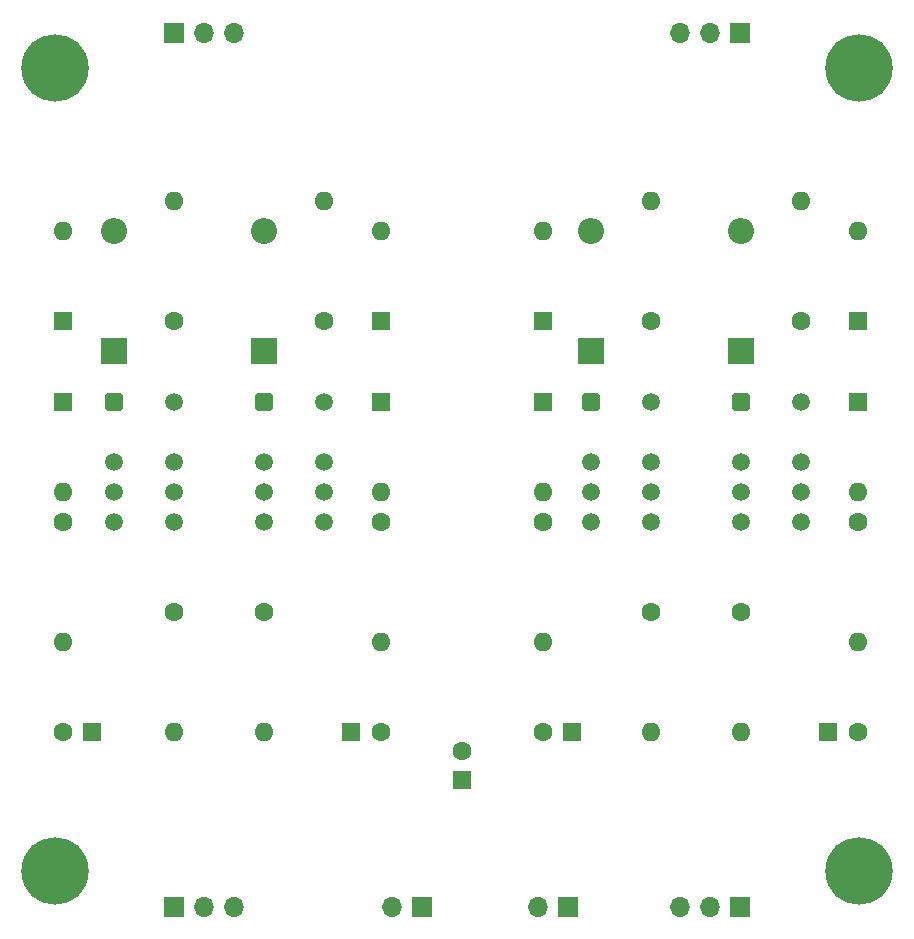
<source format=gbr>
%TF.GenerationSoftware,KiCad,Pcbnew,(6.0.10)*%
%TF.CreationDate,2023-02-25T16:57:16+08:00*%
%TF.ProjectId,LutrarmyMic_PhPwrSwitch,4c757472-6172-46d7-994d-69635f506850,rev?*%
%TF.SameCoordinates,Original*%
%TF.FileFunction,Soldermask,Top*%
%TF.FilePolarity,Negative*%
%FSLAX46Y46*%
G04 Gerber Fmt 4.6, Leading zero omitted, Abs format (unit mm)*
G04 Created by KiCad (PCBNEW (6.0.10)) date 2023-02-25 16:57:16*
%MOMM*%
%LPD*%
G01*
G04 APERTURE LIST*
G04 Aperture macros list*
%AMRoundRect*
0 Rectangle with rounded corners*
0 $1 Rounding radius*
0 $2 $3 $4 $5 $6 $7 $8 $9 X,Y pos of 4 corners*
0 Add a 4 corners polygon primitive as box body*
4,1,4,$2,$3,$4,$5,$6,$7,$8,$9,$2,$3,0*
0 Add four circle primitives for the rounded corners*
1,1,$1+$1,$2,$3*
1,1,$1+$1,$4,$5*
1,1,$1+$1,$6,$7*
1,1,$1+$1,$8,$9*
0 Add four rect primitives between the rounded corners*
20,1,$1+$1,$2,$3,$4,$5,0*
20,1,$1+$1,$4,$5,$6,$7,0*
20,1,$1+$1,$6,$7,$8,$9,0*
20,1,$1+$1,$8,$9,$2,$3,0*%
G04 Aperture macros list end*
%ADD10C,5.700000*%
%ADD11C,1.600000*%
%ADD12O,1.600000X1.600000*%
%ADD13R,2.200000X2.200000*%
%ADD14O,2.200000X2.200000*%
%ADD15RoundRect,0.250500X-0.499500X-0.499500X0.499500X-0.499500X0.499500X0.499500X-0.499500X0.499500X0*%
%ADD16C,1.500000*%
%ADD17R,1.600000X1.600000*%
%ADD18R,1.700000X1.700000*%
%ADD19O,1.700000X1.700000*%
G04 APERTURE END LIST*
D10*
%TO.C,REF\u002A\u002A*%
X135000000Y-121000000D03*
%TD*%
D11*
%TO.C,R11*%
X162560000Y-91440000D03*
D12*
X162560000Y-101600000D03*
%TD*%
D10*
%TO.C,REF\u002A\u002A*%
X135000000Y-53000000D03*
%TD*%
D11*
%TO.C,R5*%
X202946000Y-91440000D03*
D12*
X202946000Y-101600000D03*
%TD*%
D13*
%TO.C,D7*%
X139954000Y-76962000D03*
D14*
X139954000Y-66802000D03*
%TD*%
D15*
%TO.C,K1*%
X193040000Y-81280000D03*
D16*
X193040000Y-86360000D03*
X193040000Y-88900000D03*
X193040000Y-91440000D03*
X198120000Y-91440000D03*
X198120000Y-88900000D03*
X198120000Y-86360000D03*
X198120000Y-81280000D03*
%TD*%
D11*
%TO.C,R10*%
X145034000Y-99060000D03*
D12*
X145034000Y-109220000D03*
%TD*%
D11*
%TO.C,R8*%
X145034000Y-74422000D03*
D12*
X145034000Y-64262000D03*
%TD*%
D17*
%TO.C,D3*%
X202946000Y-81280000D03*
D12*
X202946000Y-88900000D03*
%TD*%
D15*
%TO.C,K3*%
X152654000Y-81280000D03*
D16*
X152654000Y-86360000D03*
X152654000Y-88900000D03*
X152654000Y-91440000D03*
X157734000Y-91440000D03*
X157734000Y-88900000D03*
X157734000Y-86360000D03*
X157734000Y-81280000D03*
%TD*%
D17*
%TO.C,D4*%
X202946000Y-74422000D03*
D12*
X202946000Y-66802000D03*
%TD*%
D11*
%TO.C,R1*%
X198120000Y-74422000D03*
D12*
X198120000Y-64262000D03*
%TD*%
D11*
%TO.C,R2*%
X185420000Y-74422000D03*
D12*
X185420000Y-64262000D03*
%TD*%
D17*
%TO.C,D9*%
X162560000Y-81280000D03*
D12*
X162560000Y-88900000D03*
%TD*%
D13*
%TO.C,D1*%
X193040000Y-76962000D03*
D14*
X193040000Y-66802000D03*
%TD*%
D11*
%TO.C,R4*%
X185420000Y-99060000D03*
D12*
X185420000Y-109220000D03*
%TD*%
D13*
%TO.C,D2*%
X180340000Y-76962000D03*
D14*
X180340000Y-66802000D03*
%TD*%
D17*
%TO.C,C5*%
X138136000Y-109220000D03*
D11*
X135636000Y-109220000D03*
%TD*%
D18*
%TO.C,J4*%
X145000000Y-50000000D03*
D19*
X147540000Y-50000000D03*
X150080000Y-50000000D03*
%TD*%
D17*
%TO.C,D12*%
X135636000Y-74422000D03*
D12*
X135636000Y-66802000D03*
%TD*%
D17*
%TO.C,D10*%
X162560000Y-74422000D03*
D12*
X162560000Y-66802000D03*
%TD*%
D18*
%TO.C,J3*%
X193000000Y-50000000D03*
D19*
X190460000Y-50000000D03*
X187920000Y-50000000D03*
%TD*%
D15*
%TO.C,K2*%
X180340000Y-81280000D03*
D16*
X180340000Y-86360000D03*
X180340000Y-88900000D03*
X180340000Y-91440000D03*
X185420000Y-91440000D03*
X185420000Y-88900000D03*
X185420000Y-86360000D03*
X185420000Y-81280000D03*
%TD*%
D11*
%TO.C,R9*%
X152654000Y-99060000D03*
D12*
X152654000Y-109220000D03*
%TD*%
D17*
%TO.C,D5*%
X176276000Y-81280000D03*
D12*
X176276000Y-88900000D03*
%TD*%
D17*
%TO.C,D11*%
X135636000Y-81280000D03*
D12*
X135636000Y-88900000D03*
%TD*%
D18*
%TO.C,J5*%
X166000000Y-124000000D03*
D19*
X163460000Y-124000000D03*
%TD*%
D11*
%TO.C,R3*%
X193040000Y-99060000D03*
D12*
X193040000Y-109220000D03*
%TD*%
D17*
%TO.C,D6*%
X176276000Y-74422000D03*
D12*
X176276000Y-66802000D03*
%TD*%
D18*
%TO.C,J1*%
X193000000Y-124000000D03*
D19*
X190460000Y-124000000D03*
X187920000Y-124000000D03*
%TD*%
D18*
%TO.C,J2*%
X145000000Y-124000000D03*
D19*
X147540000Y-124000000D03*
X150080000Y-124000000D03*
%TD*%
D11*
%TO.C,R12*%
X135636000Y-91440000D03*
D12*
X135636000Y-101600000D03*
%TD*%
D10*
%TO.C,REF\u002A\u002A*%
X203000000Y-121000000D03*
%TD*%
D15*
%TO.C,K4*%
X139954000Y-81280000D03*
D16*
X139954000Y-86360000D03*
X139954000Y-88900000D03*
X139954000Y-91440000D03*
X145034000Y-91440000D03*
X145034000Y-88900000D03*
X145034000Y-86360000D03*
X145034000Y-81280000D03*
%TD*%
D17*
%TO.C,C3*%
X169418000Y-113284000D03*
D11*
X169418000Y-110784000D03*
%TD*%
%TO.C,R7*%
X157734000Y-74422000D03*
D12*
X157734000Y-64262000D03*
%TD*%
D11*
%TO.C,R6*%
X176276000Y-91440000D03*
D12*
X176276000Y-101600000D03*
%TD*%
D10*
%TO.C,REF\u002A\u002A*%
X203000000Y-53000000D03*
%TD*%
D17*
%TO.C,C1*%
X200446000Y-109220000D03*
D11*
X202946000Y-109220000D03*
%TD*%
D13*
%TO.C,D8*%
X152654000Y-76962000D03*
D14*
X152654000Y-66802000D03*
%TD*%
D17*
%TO.C,C4*%
X160060000Y-109220000D03*
D11*
X162560000Y-109220000D03*
%TD*%
D17*
%TO.C,C2*%
X178776000Y-109220000D03*
D11*
X176276000Y-109220000D03*
%TD*%
D18*
%TO.C,J6*%
X178365000Y-124000000D03*
D19*
X175825000Y-124000000D03*
%TD*%
M02*

</source>
